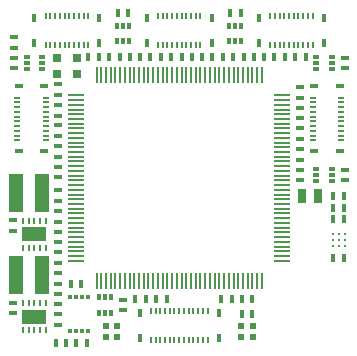
<source format=gtp>
G04*
G04 #@! TF.GenerationSoftware,Altium Limited,Altium Designer,24.6.1 (21)*
G04*
G04 Layer_Color=8421504*
%FSLAX44Y44*%
%MOMM*%
G71*
G04*
G04 #@! TF.SameCoordinates,B676BAD9-33C1-422D-ABCF-DE9FBBFB44AC*
G04*
G04*
G04 #@! TF.FilePolarity,Positive*
G04*
G01*
G75*
%ADD13R,0.2000X1.4500*%
%ADD14R,0.2200X0.4750*%
%ADD15R,1.4500X0.2000*%
%ADD16R,0.4000X0.7000*%
%ADD17R,0.7000X0.4000*%
%ADD18R,0.7800X0.6800*%
%ADD19R,0.6500X0.3200*%
%ADD20R,0.4750X0.2200*%
%ADD21R,0.3200X0.6500*%
%ADD22R,0.3000X0.5000*%
%ADD23R,0.5500X0.5500*%
%ADD24R,0.3000X0.4500*%
%ADD25R,1.2000X3.2000*%
%ADD26R,0.2500X0.6000*%
%ADD27R,2.0000X1.2000*%
%ADD28C,0.2500*%
%ADD29R,0.8000X1.3000*%
%ADD30R,0.5000X0.3000*%
D13*
X216000Y163000D02*
D03*
X220000D02*
D03*
X252000D02*
D03*
X256000D02*
D03*
X244000D02*
D03*
X248000D02*
D03*
X180000D02*
D03*
X228000D02*
D03*
X224000D02*
D03*
X232000D02*
D03*
X236000D02*
D03*
X240000D02*
D03*
X192000D02*
D03*
X320000D02*
D03*
X296000D02*
D03*
X300000D02*
D03*
X280000D02*
D03*
X316000D02*
D03*
X312000D02*
D03*
X308000D02*
D03*
X284000D02*
D03*
X288000D02*
D03*
X292000D02*
D03*
X304000D02*
D03*
X272000D02*
D03*
X276000D02*
D03*
X268000D02*
D03*
X264000D02*
D03*
X184000D02*
D03*
X188000D02*
D03*
X260000D02*
D03*
X196000D02*
D03*
X200000D02*
D03*
X204000D02*
D03*
X208000D02*
D03*
X212000D02*
D03*
X180000Y337000D02*
D03*
X184000D02*
D03*
X188000D02*
D03*
X192000D02*
D03*
X196000D02*
D03*
X200000D02*
D03*
X204000D02*
D03*
X208000D02*
D03*
X212000D02*
D03*
X216000D02*
D03*
X220000D02*
D03*
X224000D02*
D03*
X228000D02*
D03*
X232000D02*
D03*
X236000D02*
D03*
X240000D02*
D03*
X244000D02*
D03*
X248000D02*
D03*
X252000D02*
D03*
X256000D02*
D03*
X260000D02*
D03*
X264000D02*
D03*
X268000D02*
D03*
X272000D02*
D03*
X276000D02*
D03*
X280000D02*
D03*
X284000D02*
D03*
X288000D02*
D03*
X292000D02*
D03*
X296000D02*
D03*
X300000D02*
D03*
X304000D02*
D03*
X308000D02*
D03*
X312000D02*
D03*
X316000D02*
D03*
X320000D02*
D03*
D14*
X238000Y137120D02*
D03*
X242000D02*
D03*
X226000Y112875D02*
D03*
X230000D02*
D03*
X234000D02*
D03*
X238000D02*
D03*
X242000D02*
D03*
X246000D02*
D03*
X250000D02*
D03*
X254000D02*
D03*
X258000D02*
D03*
X262000D02*
D03*
X266000D02*
D03*
X270000D02*
D03*
X274000D02*
D03*
X226000Y137120D02*
D03*
X230000D02*
D03*
X234000D02*
D03*
X246000D02*
D03*
X250000D02*
D03*
X254000D02*
D03*
X258000D02*
D03*
X262000D02*
D03*
X266000D02*
D03*
X270000D02*
D03*
X274000D02*
D03*
X173000Y387120D02*
D03*
X145000D02*
D03*
X141000D02*
D03*
X137000D02*
D03*
X173000Y362880D02*
D03*
X169000D02*
D03*
X165000D02*
D03*
X161000D02*
D03*
X157000D02*
D03*
X153000D02*
D03*
X149000D02*
D03*
X145000D02*
D03*
X141000D02*
D03*
X137000D02*
D03*
X165000Y387120D02*
D03*
X169000D02*
D03*
X149000D02*
D03*
X161000D02*
D03*
X153000D02*
D03*
X157000D02*
D03*
X240000D02*
D03*
X236000D02*
D03*
X232000D02*
D03*
X268000Y362880D02*
D03*
X264000D02*
D03*
X260000D02*
D03*
X256000D02*
D03*
X252000D02*
D03*
X248000D02*
D03*
X244000D02*
D03*
X240000D02*
D03*
X236000D02*
D03*
X232000D02*
D03*
X260000Y387120D02*
D03*
X264000D02*
D03*
X244000D02*
D03*
X256000D02*
D03*
X248000D02*
D03*
X252000D02*
D03*
X268000D02*
D03*
X347000D02*
D03*
X343000D02*
D03*
X351000D02*
D03*
X339000D02*
D03*
X359000D02*
D03*
X355000D02*
D03*
X327000Y362880D02*
D03*
X331000D02*
D03*
X335000D02*
D03*
X339000D02*
D03*
X343000D02*
D03*
X347000D02*
D03*
X351000D02*
D03*
X355000D02*
D03*
X359000D02*
D03*
X363000D02*
D03*
X327000Y387120D02*
D03*
X331000D02*
D03*
X335000D02*
D03*
X363000D02*
D03*
D15*
X337000Y208000D02*
D03*
Y200000D02*
D03*
Y196000D02*
D03*
Y188000D02*
D03*
Y180000D02*
D03*
Y184000D02*
D03*
Y204000D02*
D03*
Y192000D02*
D03*
Y280000D02*
D03*
Y276000D02*
D03*
Y260000D02*
D03*
Y272000D02*
D03*
Y284000D02*
D03*
Y264000D02*
D03*
Y252000D02*
D03*
Y268000D02*
D03*
Y256000D02*
D03*
Y212000D02*
D03*
Y232000D02*
D03*
Y228000D02*
D03*
Y236000D02*
D03*
Y240000D02*
D03*
Y244000D02*
D03*
Y248000D02*
D03*
Y220000D02*
D03*
Y224000D02*
D03*
Y216000D02*
D03*
Y296000D02*
D03*
Y316000D02*
D03*
Y304000D02*
D03*
Y312000D02*
D03*
Y308000D02*
D03*
Y288000D02*
D03*
Y300000D02*
D03*
Y320000D02*
D03*
Y292000D02*
D03*
X163000Y180000D02*
D03*
Y184000D02*
D03*
Y188000D02*
D03*
Y192000D02*
D03*
Y196000D02*
D03*
Y200000D02*
D03*
Y204000D02*
D03*
Y208000D02*
D03*
Y212000D02*
D03*
Y216000D02*
D03*
Y220000D02*
D03*
Y224000D02*
D03*
Y228000D02*
D03*
Y232000D02*
D03*
Y236000D02*
D03*
Y240000D02*
D03*
Y244000D02*
D03*
Y248000D02*
D03*
Y252000D02*
D03*
Y256000D02*
D03*
Y260000D02*
D03*
Y264000D02*
D03*
Y268000D02*
D03*
Y272000D02*
D03*
Y276000D02*
D03*
Y280000D02*
D03*
Y284000D02*
D03*
Y288000D02*
D03*
Y292000D02*
D03*
Y296000D02*
D03*
Y300000D02*
D03*
Y304000D02*
D03*
Y308000D02*
D03*
Y312000D02*
D03*
Y316000D02*
D03*
Y320000D02*
D03*
D16*
X312000Y147500D02*
D03*
X303000D02*
D03*
X222000D02*
D03*
X213000D02*
D03*
X303000Y135000D02*
D03*
X158000Y160000D02*
D03*
X167000D02*
D03*
X145500Y110000D02*
D03*
X154500D02*
D03*
X172000D02*
D03*
X163000D02*
D03*
X285500Y147500D02*
D03*
X294500D02*
D03*
X230500D02*
D03*
X239500D02*
D03*
X295500Y352500D02*
D03*
X304500D02*
D03*
X243000D02*
D03*
X252000D02*
D03*
X208000D02*
D03*
X217000D02*
D03*
X182000D02*
D03*
X173000D02*
D03*
X269500D02*
D03*
X260500D02*
D03*
X339500D02*
D03*
X330500D02*
D03*
X190500D02*
D03*
X199500D02*
D03*
X278000D02*
D03*
X287000D02*
D03*
X348000D02*
D03*
X357000D02*
D03*
X225500D02*
D03*
X234500D02*
D03*
X313000D02*
D03*
X322000D02*
D03*
X389500Y215000D02*
D03*
X380500D02*
D03*
Y182500D02*
D03*
X389500D02*
D03*
X380500Y225000D02*
D03*
X389500D02*
D03*
X312000Y135000D02*
D03*
X389500Y235000D02*
D03*
X380500D02*
D03*
X302000Y390000D02*
D03*
X293000D02*
D03*
X207000D02*
D03*
X198000D02*
D03*
D17*
X147500Y329500D02*
D03*
Y320500D02*
D03*
Y268000D02*
D03*
Y277000D02*
D03*
Y250500D02*
D03*
Y259500D02*
D03*
X202500Y147000D02*
D03*
X352500Y257000D02*
D03*
Y248000D02*
D03*
Y309500D02*
D03*
Y300500D02*
D03*
X147500Y178000D02*
D03*
Y187000D02*
D03*
Y239500D02*
D03*
Y230500D02*
D03*
Y213000D02*
D03*
Y222000D02*
D03*
Y204500D02*
D03*
Y195500D02*
D03*
X109000Y214500D02*
D03*
Y205500D02*
D03*
X147500Y134500D02*
D03*
Y125500D02*
D03*
Y143000D02*
D03*
Y152000D02*
D03*
Y169500D02*
D03*
Y160500D02*
D03*
X109000Y144500D02*
D03*
Y135500D02*
D03*
X147500Y294500D02*
D03*
Y285500D02*
D03*
X352500Y283000D02*
D03*
Y292000D02*
D03*
X147500Y302500D02*
D03*
Y311500D02*
D03*
X352500Y274500D02*
D03*
Y265500D02*
D03*
X110000Y360500D02*
D03*
Y369500D02*
D03*
X352500Y327000D02*
D03*
Y318000D02*
D03*
X202500Y138000D02*
D03*
X390000Y257000D02*
D03*
Y248000D02*
D03*
Y352000D02*
D03*
Y343000D02*
D03*
X110000Y352000D02*
D03*
Y343000D02*
D03*
D18*
X163650Y351650D02*
D03*
Y338350D02*
D03*
X146350D02*
D03*
Y351650D02*
D03*
D19*
X135850Y327500D02*
D03*
Y272500D02*
D03*
X114150D02*
D03*
Y327500D02*
D03*
X385850Y272500D02*
D03*
Y327500D02*
D03*
X364150D02*
D03*
Y272500D02*
D03*
D20*
X112880Y290000D02*
D03*
Y286000D02*
D03*
Y282000D02*
D03*
X137120Y318000D02*
D03*
Y314000D02*
D03*
Y310000D02*
D03*
Y306000D02*
D03*
Y302000D02*
D03*
Y298000D02*
D03*
Y294000D02*
D03*
Y290000D02*
D03*
Y286000D02*
D03*
Y282000D02*
D03*
X112880Y310000D02*
D03*
Y314000D02*
D03*
Y294000D02*
D03*
Y306000D02*
D03*
Y298000D02*
D03*
Y302000D02*
D03*
Y318000D02*
D03*
X387120Y282000D02*
D03*
Y298000D02*
D03*
Y302000D02*
D03*
Y294000D02*
D03*
Y306000D02*
D03*
Y286000D02*
D03*
Y290000D02*
D03*
X362880Y318000D02*
D03*
Y314000D02*
D03*
Y310000D02*
D03*
Y306000D02*
D03*
Y302000D02*
D03*
Y298000D02*
D03*
Y294000D02*
D03*
Y290000D02*
D03*
Y286000D02*
D03*
Y282000D02*
D03*
X387120Y318000D02*
D03*
Y314000D02*
D03*
Y310000D02*
D03*
D21*
X216500Y135850D02*
D03*
X283500D02*
D03*
Y114150D02*
D03*
X216500D02*
D03*
X182500Y364150D02*
D03*
X127500D02*
D03*
Y385850D02*
D03*
X182500D02*
D03*
X277500Y364150D02*
D03*
X222500D02*
D03*
Y385850D02*
D03*
X277500D02*
D03*
X372500D02*
D03*
X317500D02*
D03*
Y364150D02*
D03*
X372500D02*
D03*
D22*
X192500Y136000D02*
D03*
X187500D02*
D03*
X182500D02*
D03*
X192500Y149000D02*
D03*
X187500D02*
D03*
X182500D02*
D03*
X292500Y366000D02*
D03*
Y379000D02*
D03*
X297500D02*
D03*
X302500D02*
D03*
X297500Y366000D02*
D03*
X302500D02*
D03*
X197500D02*
D03*
Y379000D02*
D03*
X202500D02*
D03*
X207500D02*
D03*
X202500Y366000D02*
D03*
X207500D02*
D03*
D23*
X187750Y115250D02*
D03*
X302750D02*
D03*
X197250D02*
D03*
Y124750D02*
D03*
X187750D02*
D03*
X302750D02*
D03*
X312250D02*
D03*
Y115250D02*
D03*
D24*
X172500Y149250D02*
D03*
Y120750D02*
D03*
X157500Y149250D02*
D03*
X162500D02*
D03*
X167500D02*
D03*
Y120750D02*
D03*
X162500D02*
D03*
X157500D02*
D03*
D25*
X133500Y237500D02*
D03*
X111500D02*
D03*
X133500Y167500D02*
D03*
X111500D02*
D03*
D26*
X137500Y214000D02*
D03*
X132500D02*
D03*
X127500D02*
D03*
X122500D02*
D03*
X117500D02*
D03*
Y191000D02*
D03*
X122500D02*
D03*
X127500D02*
D03*
X132500D02*
D03*
X137500D02*
D03*
Y144000D02*
D03*
X132500D02*
D03*
X127500D02*
D03*
X122500D02*
D03*
X117500D02*
D03*
Y121000D02*
D03*
X122500D02*
D03*
X127500D02*
D03*
X132500D02*
D03*
X137500D02*
D03*
D27*
X127500Y202500D02*
D03*
Y132500D02*
D03*
D28*
X385000Y197500D02*
D03*
X380000D02*
D03*
Y202500D02*
D03*
X385000D02*
D03*
X390000D02*
D03*
Y197500D02*
D03*
Y192500D02*
D03*
X385000D02*
D03*
X380000D02*
D03*
D29*
X367500Y235000D02*
D03*
X354400D02*
D03*
D30*
X366000Y257500D02*
D03*
X379000D02*
D03*
Y252500D02*
D03*
Y247500D02*
D03*
X366000Y252500D02*
D03*
Y247500D02*
D03*
X134000Y342500D02*
D03*
X121000D02*
D03*
Y347500D02*
D03*
Y352500D02*
D03*
X134000Y347500D02*
D03*
Y352500D02*
D03*
X366000D02*
D03*
X379000D02*
D03*
Y347500D02*
D03*
Y342500D02*
D03*
X366000Y347500D02*
D03*
Y342500D02*
D03*
M02*

</source>
